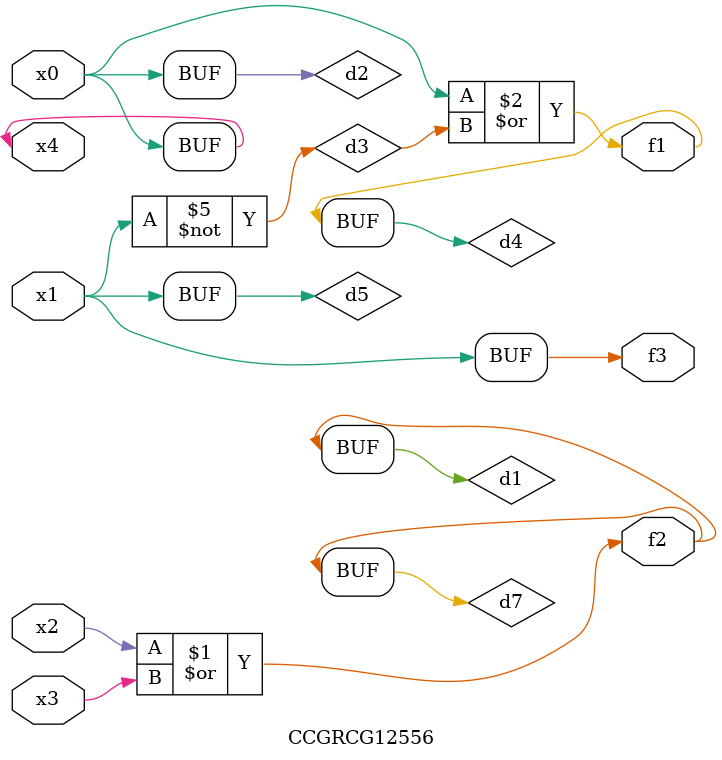
<source format=v>
module CCGRCG12556(
	input x0, x1, x2, x3, x4,
	output f1, f2, f3
);

	wire d1, d2, d3, d4, d5, d6, d7;

	or (d1, x2, x3);
	buf (d2, x0, x4);
	not (d3, x1);
	or (d4, d2, d3);
	not (d5, d3);
	nand (d6, d1, d3);
	or (d7, d1);
	assign f1 = d4;
	assign f2 = d7;
	assign f3 = d5;
endmodule

</source>
